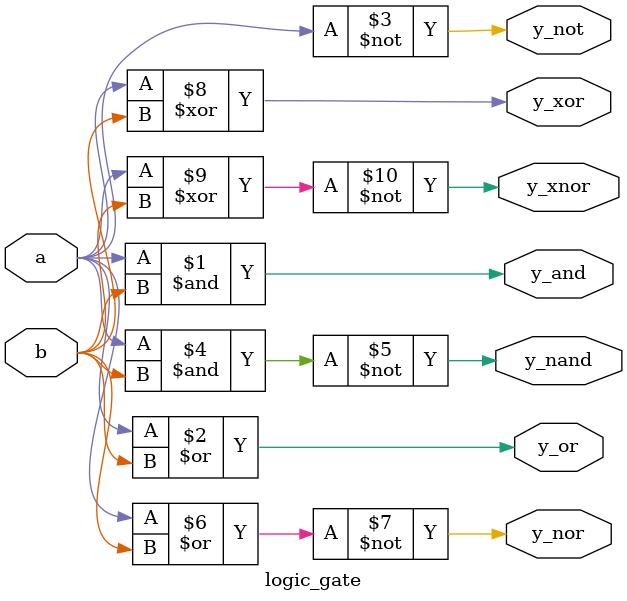
<source format=v>
`timescale 1ns / 1ps


module logic_gate(input a, b, output y_and, y_or, y_not, y_nand, y_nor, y_xor, y_xnor
    );
    assign y_and = a&b;
    assign y_or = a|b;
    assign y_not = ~a;
    assign y_nand = ~(a&b);
    assign y_nor = ~(a|b);
    assign y_xor = a^b;
    assign y_xnor = ~(a^b);
endmodule

</source>
